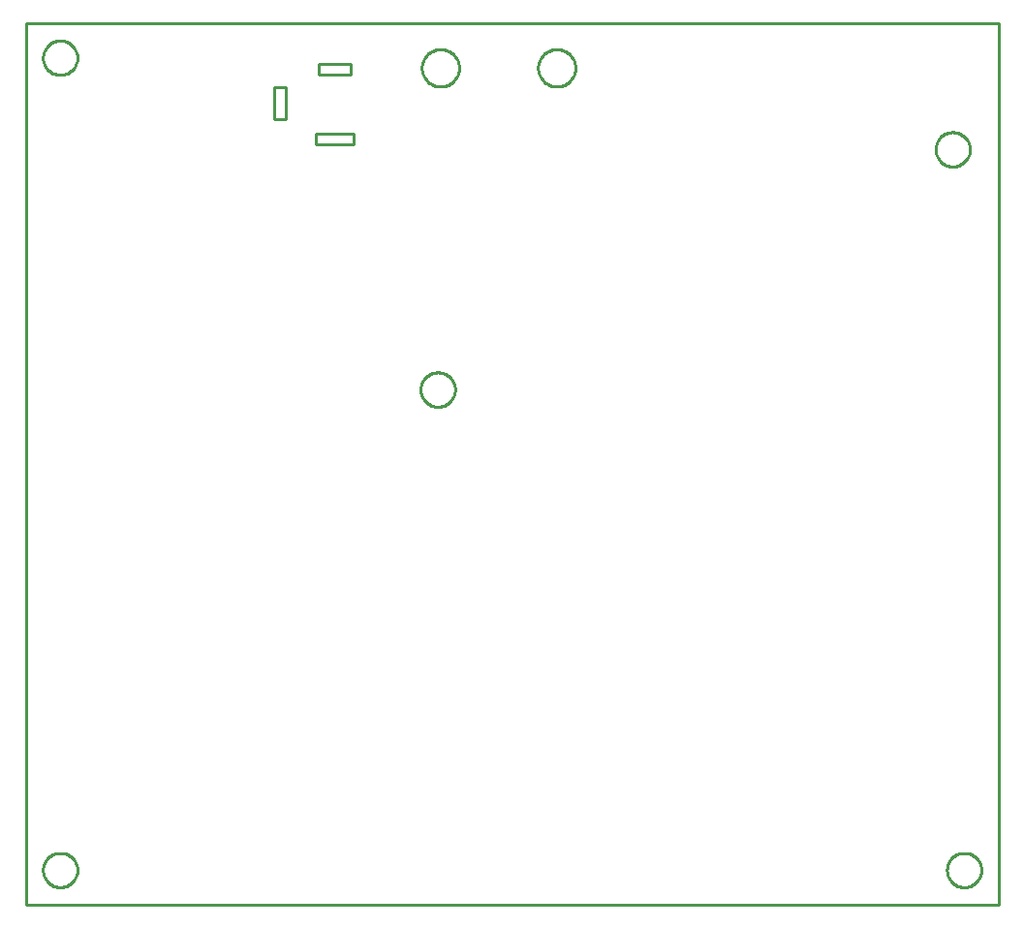
<source format=gbr>
G04 EAGLE Gerber RS-274X export*
G75*
%MOMM*%
%FSLAX34Y34*%
%LPD*%
%IN*%
%IPPOS*%
%AMOC8*
5,1,8,0,0,1.08239X$1,22.5*%
G01*
%ADD10C,0.254000*%


D10*
X0Y0D02*
X850000Y0D01*
X850000Y770000D01*
X0Y770000D01*
X0Y0D01*
X256000Y725000D02*
X284000Y725000D01*
X284000Y735000D01*
X256000Y735000D01*
X256000Y725000D01*
X253500Y664000D02*
X286500Y664000D01*
X286500Y674000D01*
X253500Y674000D01*
X253500Y664000D01*
X217000Y686000D02*
X227000Y686000D01*
X227000Y714000D01*
X217000Y714000D01*
X217000Y686000D01*
X45000Y29464D02*
X44924Y28396D01*
X44771Y27335D01*
X44543Y26288D01*
X44241Y25260D01*
X43867Y24256D01*
X43422Y23281D01*
X42908Y22341D01*
X42329Y21440D01*
X41687Y20582D01*
X40985Y19772D01*
X40228Y19015D01*
X39418Y18313D01*
X38560Y17671D01*
X37659Y17092D01*
X36719Y16578D01*
X35744Y16133D01*
X34740Y15759D01*
X33712Y15457D01*
X32665Y15229D01*
X31604Y15076D01*
X30536Y15000D01*
X29464Y15000D01*
X28396Y15076D01*
X27335Y15229D01*
X26288Y15457D01*
X25260Y15759D01*
X24256Y16133D01*
X23281Y16578D01*
X22341Y17092D01*
X21440Y17671D01*
X20582Y18313D01*
X19772Y19015D01*
X19015Y19772D01*
X18313Y20582D01*
X17671Y21440D01*
X17092Y22341D01*
X16578Y23281D01*
X16133Y24256D01*
X15759Y25260D01*
X15457Y26288D01*
X15229Y27335D01*
X15076Y28396D01*
X15000Y29464D01*
X15000Y30536D01*
X15076Y31604D01*
X15229Y32665D01*
X15457Y33712D01*
X15759Y34740D01*
X16133Y35744D01*
X16578Y36719D01*
X17092Y37659D01*
X17671Y38560D01*
X18313Y39418D01*
X19015Y40228D01*
X19772Y40985D01*
X20582Y41687D01*
X21440Y42329D01*
X22341Y42908D01*
X23281Y43422D01*
X24256Y43867D01*
X25260Y44241D01*
X26288Y44543D01*
X27335Y44771D01*
X28396Y44924D01*
X29464Y45000D01*
X30536Y45000D01*
X31604Y44924D01*
X32665Y44771D01*
X33712Y44543D01*
X34740Y44241D01*
X35744Y43867D01*
X36719Y43422D01*
X37659Y42908D01*
X38560Y42329D01*
X39418Y41687D01*
X40228Y40985D01*
X40985Y40228D01*
X41687Y39418D01*
X42329Y38560D01*
X42908Y37659D01*
X43422Y36719D01*
X43867Y35744D01*
X44241Y34740D01*
X44543Y33712D01*
X44771Y32665D01*
X44924Y31604D01*
X45000Y30536D01*
X45000Y29464D01*
X835000Y29464D02*
X834924Y28396D01*
X834771Y27335D01*
X834543Y26288D01*
X834241Y25260D01*
X833867Y24256D01*
X833422Y23281D01*
X832908Y22341D01*
X832329Y21440D01*
X831687Y20582D01*
X830985Y19772D01*
X830228Y19015D01*
X829418Y18313D01*
X828560Y17671D01*
X827659Y17092D01*
X826719Y16578D01*
X825744Y16133D01*
X824740Y15759D01*
X823712Y15457D01*
X822665Y15229D01*
X821604Y15076D01*
X820536Y15000D01*
X819464Y15000D01*
X818396Y15076D01*
X817335Y15229D01*
X816288Y15457D01*
X815260Y15759D01*
X814256Y16133D01*
X813281Y16578D01*
X812341Y17092D01*
X811440Y17671D01*
X810582Y18313D01*
X809772Y19015D01*
X809015Y19772D01*
X808313Y20582D01*
X807671Y21440D01*
X807092Y22341D01*
X806578Y23281D01*
X806133Y24256D01*
X805759Y25260D01*
X805457Y26288D01*
X805229Y27335D01*
X805076Y28396D01*
X805000Y29464D01*
X805000Y30536D01*
X805076Y31604D01*
X805229Y32665D01*
X805457Y33712D01*
X805759Y34740D01*
X806133Y35744D01*
X806578Y36719D01*
X807092Y37659D01*
X807671Y38560D01*
X808313Y39418D01*
X809015Y40228D01*
X809772Y40985D01*
X810582Y41687D01*
X811440Y42329D01*
X812341Y42908D01*
X813281Y43422D01*
X814256Y43867D01*
X815260Y44241D01*
X816288Y44543D01*
X817335Y44771D01*
X818396Y44924D01*
X819464Y45000D01*
X820536Y45000D01*
X821604Y44924D01*
X822665Y44771D01*
X823712Y44543D01*
X824740Y44241D01*
X825744Y43867D01*
X826719Y43422D01*
X827659Y42908D01*
X828560Y42329D01*
X829418Y41687D01*
X830228Y40985D01*
X830985Y40228D01*
X831687Y39418D01*
X832329Y38560D01*
X832908Y37659D01*
X833422Y36719D01*
X833867Y35744D01*
X834241Y34740D01*
X834543Y33712D01*
X834771Y32665D01*
X834924Y31604D01*
X835000Y30536D01*
X835000Y29464D01*
X825000Y659464D02*
X824924Y658396D01*
X824771Y657335D01*
X824543Y656288D01*
X824241Y655260D01*
X823867Y654256D01*
X823422Y653281D01*
X822908Y652341D01*
X822329Y651440D01*
X821687Y650582D01*
X820985Y649772D01*
X820228Y649015D01*
X819418Y648313D01*
X818560Y647671D01*
X817659Y647092D01*
X816719Y646578D01*
X815744Y646133D01*
X814740Y645759D01*
X813712Y645457D01*
X812665Y645229D01*
X811604Y645076D01*
X810536Y645000D01*
X809464Y645000D01*
X808396Y645076D01*
X807335Y645229D01*
X806288Y645457D01*
X805260Y645759D01*
X804256Y646133D01*
X803281Y646578D01*
X802341Y647092D01*
X801440Y647671D01*
X800582Y648313D01*
X799772Y649015D01*
X799015Y649772D01*
X798313Y650582D01*
X797671Y651440D01*
X797092Y652341D01*
X796578Y653281D01*
X796133Y654256D01*
X795759Y655260D01*
X795457Y656288D01*
X795229Y657335D01*
X795076Y658396D01*
X795000Y659464D01*
X795000Y660536D01*
X795076Y661604D01*
X795229Y662665D01*
X795457Y663712D01*
X795759Y664740D01*
X796133Y665744D01*
X796578Y666719D01*
X797092Y667659D01*
X797671Y668560D01*
X798313Y669418D01*
X799015Y670228D01*
X799772Y670985D01*
X800582Y671687D01*
X801440Y672329D01*
X802341Y672908D01*
X803281Y673422D01*
X804256Y673867D01*
X805260Y674241D01*
X806288Y674543D01*
X807335Y674771D01*
X808396Y674924D01*
X809464Y675000D01*
X810536Y675000D01*
X811604Y674924D01*
X812665Y674771D01*
X813712Y674543D01*
X814740Y674241D01*
X815744Y673867D01*
X816719Y673422D01*
X817659Y672908D01*
X818560Y672329D01*
X819418Y671687D01*
X820228Y670985D01*
X820985Y670228D01*
X821687Y669418D01*
X822329Y668560D01*
X822908Y667659D01*
X823422Y666719D01*
X823867Y665744D01*
X824241Y664740D01*
X824543Y663712D01*
X824771Y662665D01*
X824924Y661604D01*
X825000Y660536D01*
X825000Y659464D01*
X45000Y739464D02*
X44924Y738396D01*
X44771Y737335D01*
X44543Y736288D01*
X44241Y735260D01*
X43867Y734256D01*
X43422Y733281D01*
X42908Y732341D01*
X42329Y731440D01*
X41687Y730582D01*
X40985Y729772D01*
X40228Y729015D01*
X39418Y728313D01*
X38560Y727671D01*
X37659Y727092D01*
X36719Y726578D01*
X35744Y726133D01*
X34740Y725759D01*
X33712Y725457D01*
X32665Y725229D01*
X31604Y725076D01*
X30536Y725000D01*
X29464Y725000D01*
X28396Y725076D01*
X27335Y725229D01*
X26288Y725457D01*
X25260Y725759D01*
X24256Y726133D01*
X23281Y726578D01*
X22341Y727092D01*
X21440Y727671D01*
X20582Y728313D01*
X19772Y729015D01*
X19015Y729772D01*
X18313Y730582D01*
X17671Y731440D01*
X17092Y732341D01*
X16578Y733281D01*
X16133Y734256D01*
X15759Y735260D01*
X15457Y736288D01*
X15229Y737335D01*
X15076Y738396D01*
X15000Y739464D01*
X15000Y740536D01*
X15076Y741604D01*
X15229Y742665D01*
X15457Y743712D01*
X15759Y744740D01*
X16133Y745744D01*
X16578Y746719D01*
X17092Y747659D01*
X17671Y748560D01*
X18313Y749418D01*
X19015Y750228D01*
X19772Y750985D01*
X20582Y751687D01*
X21440Y752329D01*
X22341Y752908D01*
X23281Y753422D01*
X24256Y753867D01*
X25260Y754241D01*
X26288Y754543D01*
X27335Y754771D01*
X28396Y754924D01*
X29464Y755000D01*
X30536Y755000D01*
X31604Y754924D01*
X32665Y754771D01*
X33712Y754543D01*
X34740Y754241D01*
X35744Y753867D01*
X36719Y753422D01*
X37659Y752908D01*
X38560Y752329D01*
X39418Y751687D01*
X40228Y750985D01*
X40985Y750228D01*
X41687Y749418D01*
X42329Y748560D01*
X42908Y747659D01*
X43422Y746719D01*
X43867Y745744D01*
X44241Y744740D01*
X44543Y743712D01*
X44771Y742665D01*
X44924Y741604D01*
X45000Y740536D01*
X45000Y739464D01*
X375000Y449464D02*
X374924Y448396D01*
X374771Y447335D01*
X374543Y446288D01*
X374241Y445260D01*
X373867Y444256D01*
X373422Y443281D01*
X372908Y442341D01*
X372329Y441440D01*
X371687Y440582D01*
X370985Y439772D01*
X370228Y439015D01*
X369418Y438313D01*
X368560Y437671D01*
X367659Y437092D01*
X366719Y436578D01*
X365744Y436133D01*
X364740Y435759D01*
X363712Y435457D01*
X362665Y435229D01*
X361604Y435076D01*
X360536Y435000D01*
X359464Y435000D01*
X358396Y435076D01*
X357335Y435229D01*
X356288Y435457D01*
X355260Y435759D01*
X354256Y436133D01*
X353281Y436578D01*
X352341Y437092D01*
X351440Y437671D01*
X350582Y438313D01*
X349772Y439015D01*
X349015Y439772D01*
X348313Y440582D01*
X347671Y441440D01*
X347092Y442341D01*
X346578Y443281D01*
X346133Y444256D01*
X345759Y445260D01*
X345457Y446288D01*
X345229Y447335D01*
X345076Y448396D01*
X345000Y449464D01*
X345000Y450536D01*
X345076Y451604D01*
X345229Y452665D01*
X345457Y453712D01*
X345759Y454740D01*
X346133Y455744D01*
X346578Y456719D01*
X347092Y457659D01*
X347671Y458560D01*
X348313Y459418D01*
X349015Y460228D01*
X349772Y460985D01*
X350582Y461687D01*
X351440Y462329D01*
X352341Y462908D01*
X353281Y463422D01*
X354256Y463867D01*
X355260Y464241D01*
X356288Y464543D01*
X357335Y464771D01*
X358396Y464924D01*
X359464Y465000D01*
X360536Y465000D01*
X361604Y464924D01*
X362665Y464771D01*
X363712Y464543D01*
X364740Y464241D01*
X365744Y463867D01*
X366719Y463422D01*
X367659Y462908D01*
X368560Y462329D01*
X369418Y461687D01*
X370228Y460985D01*
X370985Y460228D01*
X371687Y459418D01*
X372329Y458560D01*
X372908Y457659D01*
X373422Y456719D01*
X373867Y455744D01*
X374241Y454740D01*
X374543Y453712D01*
X374771Y452665D01*
X374924Y451604D01*
X375000Y450536D01*
X375000Y449464D01*
X447644Y731632D02*
X447714Y732694D01*
X447853Y733749D01*
X448060Y734793D01*
X448336Y735821D01*
X448678Y736829D01*
X449085Y737813D01*
X449556Y738767D01*
X450088Y739689D01*
X450679Y740574D01*
X451327Y741418D01*
X452029Y742218D01*
X452782Y742971D01*
X453582Y743673D01*
X454426Y744321D01*
X455311Y744912D01*
X456233Y745444D01*
X457187Y745915D01*
X458171Y746322D01*
X459179Y746664D01*
X460207Y746940D01*
X461251Y747147D01*
X462306Y747286D01*
X463368Y747356D01*
X464432Y747356D01*
X465494Y747286D01*
X466549Y747147D01*
X467593Y746940D01*
X468621Y746664D01*
X469629Y746322D01*
X470613Y745915D01*
X471567Y745444D01*
X472489Y744912D01*
X473374Y744321D01*
X474218Y743673D01*
X475018Y742971D01*
X475771Y742218D01*
X476473Y741418D01*
X477121Y740574D01*
X477712Y739689D01*
X478244Y738767D01*
X478715Y737813D01*
X479122Y736829D01*
X479464Y735821D01*
X479740Y734793D01*
X479947Y733749D01*
X480086Y732694D01*
X480156Y731632D01*
X480156Y730568D01*
X480086Y729506D01*
X479947Y728451D01*
X479740Y727407D01*
X479464Y726379D01*
X479122Y725371D01*
X478715Y724387D01*
X478244Y723433D01*
X477712Y722511D01*
X477121Y721626D01*
X476473Y720782D01*
X475771Y719982D01*
X475018Y719229D01*
X474218Y718527D01*
X473374Y717879D01*
X472489Y717288D01*
X471567Y716756D01*
X470613Y716285D01*
X469629Y715878D01*
X468621Y715536D01*
X467593Y715260D01*
X466549Y715053D01*
X465494Y714914D01*
X464432Y714844D01*
X463368Y714844D01*
X462306Y714914D01*
X461251Y715053D01*
X460207Y715260D01*
X459179Y715536D01*
X458171Y715878D01*
X457187Y716285D01*
X456233Y716756D01*
X455311Y717288D01*
X454426Y717879D01*
X453582Y718527D01*
X452782Y719229D01*
X452029Y719982D01*
X451327Y720782D01*
X450679Y721626D01*
X450088Y722511D01*
X449556Y723433D01*
X449085Y724387D01*
X448678Y725371D01*
X448336Y726379D01*
X448060Y727407D01*
X447853Y728451D01*
X447714Y729506D01*
X447644Y730568D01*
X447644Y731632D01*
X346044Y731632D02*
X346114Y732694D01*
X346253Y733749D01*
X346460Y734793D01*
X346736Y735821D01*
X347078Y736829D01*
X347485Y737813D01*
X347956Y738767D01*
X348488Y739689D01*
X349079Y740574D01*
X349727Y741418D01*
X350429Y742218D01*
X351182Y742971D01*
X351982Y743673D01*
X352826Y744321D01*
X353711Y744912D01*
X354633Y745444D01*
X355587Y745915D01*
X356571Y746322D01*
X357579Y746664D01*
X358607Y746940D01*
X359651Y747147D01*
X360706Y747286D01*
X361768Y747356D01*
X362832Y747356D01*
X363894Y747286D01*
X364949Y747147D01*
X365993Y746940D01*
X367021Y746664D01*
X368029Y746322D01*
X369013Y745915D01*
X369967Y745444D01*
X370889Y744912D01*
X371774Y744321D01*
X372618Y743673D01*
X373418Y742971D01*
X374171Y742218D01*
X374873Y741418D01*
X375521Y740574D01*
X376112Y739689D01*
X376644Y738767D01*
X377115Y737813D01*
X377522Y736829D01*
X377864Y735821D01*
X378140Y734793D01*
X378347Y733749D01*
X378486Y732694D01*
X378556Y731632D01*
X378556Y730568D01*
X378486Y729506D01*
X378347Y728451D01*
X378140Y727407D01*
X377864Y726379D01*
X377522Y725371D01*
X377115Y724387D01*
X376644Y723433D01*
X376112Y722511D01*
X375521Y721626D01*
X374873Y720782D01*
X374171Y719982D01*
X373418Y719229D01*
X372618Y718527D01*
X371774Y717879D01*
X370889Y717288D01*
X369967Y716756D01*
X369013Y716285D01*
X368029Y715878D01*
X367021Y715536D01*
X365993Y715260D01*
X364949Y715053D01*
X363894Y714914D01*
X362832Y714844D01*
X361768Y714844D01*
X360706Y714914D01*
X359651Y715053D01*
X358607Y715260D01*
X357579Y715536D01*
X356571Y715878D01*
X355587Y716285D01*
X354633Y716756D01*
X353711Y717288D01*
X352826Y717879D01*
X351982Y718527D01*
X351182Y719229D01*
X350429Y719982D01*
X349727Y720782D01*
X349079Y721626D01*
X348488Y722511D01*
X347956Y723433D01*
X347485Y724387D01*
X347078Y725371D01*
X346736Y726379D01*
X346460Y727407D01*
X346253Y728451D01*
X346114Y729506D01*
X346044Y730568D01*
X346044Y731632D01*
M02*

</source>
